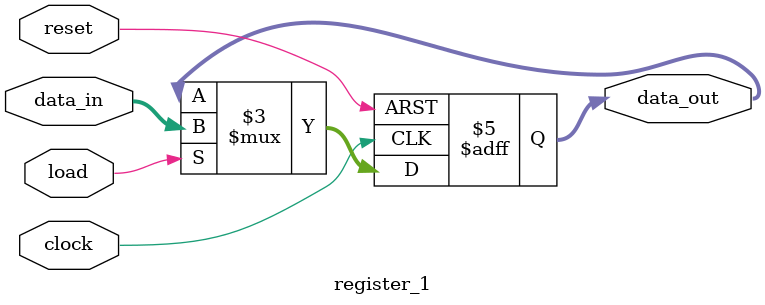
<source format=v>
module alu_1
(
    input        MAX10_CLK1_50,
	input  [1:0] KEY,
    input  [9:0] SW,
    output [9:0] LEDR
);
    //wires
    wire [3:0] x_bus, y_bus;
    wire       load_x, load_y;
    wire       clock;
    wire       reset;
    
    assign clock = MAX10_CLK1_50;
    assign reset = KEY[1];
    
    //register for the arguments
    register_1 #(.WIDTH(4)) x_register
    (
        .clock   (clock  ),
        .reset   (reset  ),
        .load    (load_x ),
        .data_in (SW[4:1]),
        .data_out(x_bus  )
    );

    register_1 #(.WIDTH(4)) y_register
    (
        .clock   (clock  ),
        .reset   (reset  ),
        .load    (load_y ),
        .data_in (SW[4:1]),
        .data_out(y_bus  )
    );
    
    //argument selector
    assign load_x =  SW[0] & ~KEY[0] ? 1'b1 : 1'b0;
    assign load_y = ~SW[0] & ~KEY[0] ? 1'b1 : 1'b0;

    //alu
    alu
    #(
        .WIDTH(4),
        .SHIFT(2)
    )
    i_alu
    (
        .x        ( x_bus     ),
        .y        ( y_bus     ),
        .shamt    ( SW[6:5]   ),
        .operation( SW[9:8]   ),
        .zero     ( LEDR[9]   ),
        .result   ( LEDR[3:0] )
);
    
    assign LEDR[8:4] = 0;
    
endmodule



//ALU commands
`define ALU_AND 2'b00
`define ALU_ADD 2'b01
`define ALU_SLL 2'b10
`define ALU_SLT 2'b11

module alu
#(
    parameter WIDTH = 4,
    parameter SHIFT = 2
)
(
    input      [WIDTH - 1:0] x, y,
    input      [SHIFT - 1:0] shamt,
    input      [ 1:0]        operation,
    output                   zero,
    output reg [WIDTH - 1:0] result
);

    always @ (*) begin
        case (operation)
            `ALU_AND : result = x & y; 
            `ALU_ADD : result = x + y;
            `ALU_SLL : result = y << shamt;
            `ALU_SLT : result = (x < y) ? 1 : 0;
        endcase
    end

    //Flags
    assign zero      = (result == 0);

endmodule



module register_1
# (
    parameter WIDTH = 8
)
(
    input                      clock,
    input                      reset,
    input                      load,
    input 	   [ WIDTH - 1:0 ] data_in,
    output reg [ WIDTH - 1:0 ] data_out
);

	always @ ( posedge clock, negedge reset )
		if ( ~reset )
            data_out <= { WIDTH { 1'b0 } };
        else if ( load )
            data_out <= data_in;
endmodule
</source>
